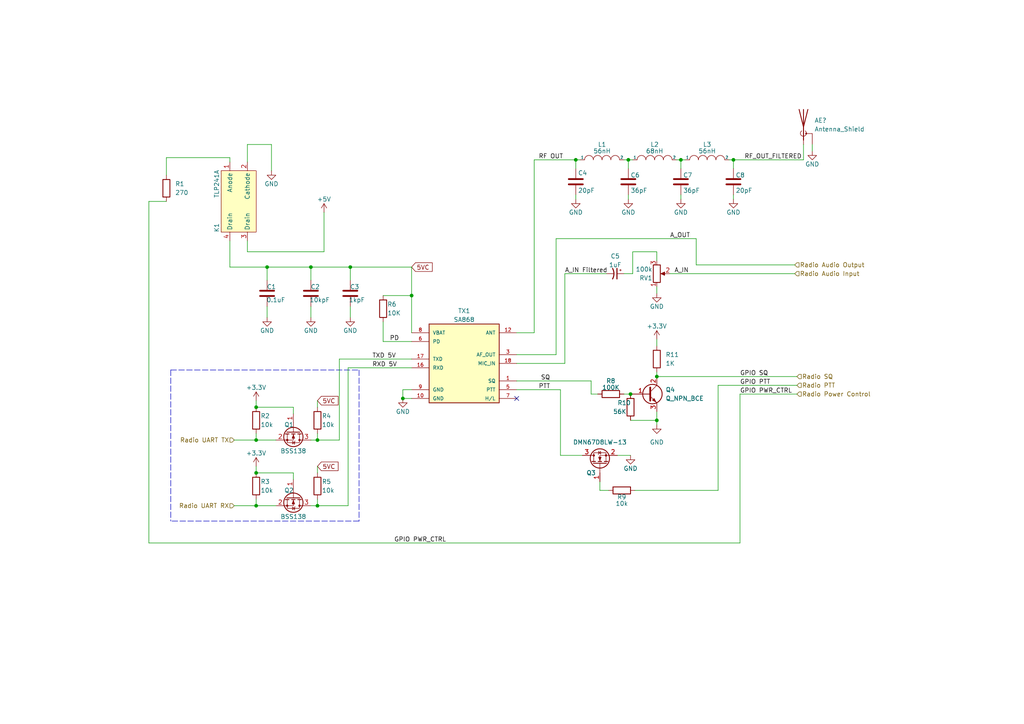
<source format=kicad_sch>
(kicad_sch (version 20211123) (generator eeschema)
  (paper "A4")
  (lib_symbols
    (symbol "Antenna_Shield_1" (pin_numbers hide) (pin_names (offset 1.016) hide)
      (property "Reference" "AE" (at -1.905 4.445 0))
      (property "Value" "Antenna_Shield_1" (at -1.905 2.54 0))
      (symbol "Antenna_Shield_1_0_1"
        (arc (start -0.508 -1.143) (mid -0.8429 -2.1194) (end 0 -2.667))
        (arc (start 0 -2.667) (mid 0.7989 -2.1052) (end 0.508 -1.143))
        (polyline (pts (xy 0 -2.54) (xy 0 0)))
        (polyline (pts (xy 0 5.08) (xy 0 -3.81)) (stroke (width 0.254)))
        (polyline (pts (xy 0.762 -1.905) (xy 2.54 -1.905)))
        (polyline (pts (xy 2.54 -2.54) (xy 2.54 -1.905)))
        (polyline (pts (xy 1.27 5.08) (xy 0 0) (xy -1.27 5.08)) (stroke (width 0.254)))
        (circle (center 0.762 -1.905) (radius 0.1778) (fill (type outline)))
      )
      (symbol "Antenna_Shield_1_1_1"
        (pin input line (at 0 -5.08 90) (length 2.54) (name "A") (number "1"))
        (pin input line (at 2.54 -5.08 90) (length 2.54) (name "Shield") (number "2"))
      )
    )
    (symbol "Device:C" (pin_numbers hide) (pin_names (offset 0.254))
      (property "Reference" "C" (at 0.635 2.54 0))
      (property "Value" "C" (at 0.635 -2.54 0))
      (symbol "C_0_1"
        (polyline (pts (xy -2.032 -0.762) (xy 2.032 -0.762)) (stroke (width 0.508)))
        (polyline (pts (xy -2.032 0.762) (xy 2.032 0.762)) (stroke (width 0.508)))
      )
      (symbol "C_1_1"
        (pin passive line (at 0 3.81 270) (length 2.794) (name "~") (number "1"))
        (pin passive line (at 0 -3.81 90) (length 2.794) (name "~") (number "2"))
      )
    )
    (symbol "Device:C_Polarized_Small_US" (pin_numbers hide) (pin_names (offset 0.254) hide)
      (property "Reference" "C" (at 0.254 1.778 0))
      (property "Value" "C_Polarized_Small_US" (at 0.254 -2.032 0))
      (symbol "C_Polarized_Small_US_0_1"
        (polyline (pts (xy -1.524 0.508) (xy 1.524 0.508)) (stroke (width 0.3048)))
        (polyline (pts (xy -1.27 1.524) (xy -0.762 1.524)))
        (polyline (pts (xy -1.016 1.27) (xy -1.016 1.778)))
        (arc (start 1.524 -0.762) (mid 0 -0.3734) (end -1.524 -0.762) (stroke (width 0.3048)))
      )
      (symbol "C_Polarized_Small_US_1_1"
        (pin passive line (at 0 2.54 270) (length 2.032) (name "~") (number "1"))
        (pin passive line (at 0 -2.54 90) (length 2.032) (name "~") (number "2"))
      )
    )
    (symbol "Device:Q_NPN_BCE" (pin_names (offset 0) hide)
      (property "Reference" "Q" (at 5.08 1.27 0))
      (property "Value" "Q_NPN_BCE" (at 5.08 -1.27 0))
      (symbol "Q_NPN_BCE_0_1"
        (polyline (pts (xy 0.635 0.635) (xy 2.54 2.54)))
        (polyline (pts (xy 0.635 -0.635) (xy 2.54 -2.54) (xy 2.54 -2.54)))
        (polyline (pts (xy 0.635 1.905) (xy 0.635 -1.905) (xy 0.635 -1.905)) (stroke (width 0.508)))
        (polyline (pts (xy 1.27 -1.778) (xy 1.778 -1.27) (xy 2.286 -2.286) (xy 1.27 -1.778) (xy 1.27 -1.778)) (fill (type outline)))
        (circle (center 1.27 0) (radius 2.8194) (stroke (width 0.254)))
      )
      (symbol "Q_NPN_BCE_1_1"
        (pin input line (at -5.08 0 0) (length 5.715) (name "B") (number "1"))
        (pin passive line (at 2.54 5.08 270) (length 2.54) (name "C") (number "2"))
        (pin passive line (at 2.54 -5.08 90) (length 2.54) (name "E") (number "3"))
      )
    )
    (symbol "Device:R" (pin_numbers hide) (pin_names (offset 0))
      (property "Reference" "R" (at 2.032 0 90))
      (property "Value" "R" (at 0 0 90))
      (symbol "R_0_1"
        (rectangle (start -1.016 -2.54) (end 1.016 2.54) (stroke (width 0.254)))
      )
      (symbol "R_1_1"
        (pin passive line (at 0 3.81 270) (length 1.27) (name "~") (number "1"))
        (pin passive line (at 0 -3.81 90) (length 1.27) (name "~") (number "2"))
      )
    )
    (symbol "Device:R_Potentiometer" (pin_names (offset 1.016) hide)
      (property "Reference" "RV" (at -4.445 0 90))
      (property "Value" "R_Potentiometer" (at -2.54 0 90))
      (symbol "R_Potentiometer_0_1"
        (polyline (pts (xy 2.54 0) (xy 1.524 0)))
        (polyline (pts (xy 1.143 0) (xy 2.286 0.508) (xy 2.286 -0.508) (xy 1.143 0)) (fill (type outline)))
        (rectangle (start 1.016 2.54) (end -1.016 -2.54) (stroke (width 0.254)))
      )
      (symbol "R_Potentiometer_1_1"
        (pin passive line (at 0 3.81 270) (length 1.27) (name "1") (number "1"))
        (pin passive line (at 3.81 0 180) (length 1.27) (name "2") (number "2"))
        (pin passive line (at 0 -3.81 90) (length 1.27) (name "3") (number "3"))
      )
    )
    (symbol "GFC-Symbols:SA868" (pin_names (offset 1.016))
      (property "Reference" "TX1" (at 0 16.51 0))
      (property "Value" "SA868" (at 0 13.97 0))
      (symbol "SA868_0_0"
        (rectangle (start -10.16 -10.16) (end 10.16 12.7) (stroke (width 0.254)) (fill (type background)))
        (pin output line (at 15.24 -3.81 180) (length 5.08) (name "SQ") (number "1"))
        (pin power_in line (at -15.24 -8.89 0) (length 5.08) (name "GND") (number "10"))
        (pin passive line (at 15.24 10.16 180) (length 5.08) (name "ANT") (number "12"))
        (pin input line (at -15.24 0 0) (length 5.08) (name "RXD") (number "16"))
        (pin output line (at -15.24 2.54 0) (length 5.08) (name "TXD") (number "17"))
        (pin input line (at 15.24 1.27 180) (length 5.08) (name "MIC_IN") (number "18"))
        (pin output line (at 15.24 3.81 180) (length 5.08) (name "AF_OUT") (number "3"))
        (pin input line (at 15.24 -6.35 180) (length 5.08) (name "PTT") (number "5"))
        (pin input line (at -15.24 7.62 0) (length 5.08) (name "PD") (number "6"))
        (pin input line (at 15.24 -8.89 180) (length 5.08) (name "H/L") (number "7"))
        (pin power_in line (at -15.24 10.16 0) (length 5.08) (name "VBAT") (number "8"))
        (pin power_in line (at -15.24 -6.35 0) (length 5.08) (name "GND") (number "9"))
      )
    )
    (symbol "GFC-Symbols:TLP241A"
      (property "Reference" "K" (at 0 6.35 0))
      (property "Value" "TLP241A" (at 0 -6.35 0))
      (symbol "TLP241A_0_1"
        (rectangle (start -8.89 5.08) (end 8.89 -5.08) (fill (type background)))
      )
      (symbol "TLP241A_1_1"
        (pin input line (at -11.43 2.54 0) (length 2.54) (name "Anode") (number "1"))
        (pin input line (at -11.43 -2.54 0) (length 2.54) (name "Cathode") (number "2"))
        (pin bidirectional line (at 11.43 -2.54 180) (length 2.54) (name "Drain") (number "3"))
        (pin power_out line (at 11.43 2.54 180) (length 2.54) (name "Drain") (number "4"))
      )
    )
    (symbol "GND_1" (power) (pin_names (offset 0))
      (property "Value" "GND_1" (at 0 -3.81 0))
      (symbol "GND_1_0_1"
        (polyline (pts (xy 0 0) (xy 0 -1.27) (xy 1.27 -1.27) (xy 0 -2.54) (xy -1.27 -1.27) (xy 0 -1.27)))
      )
      (symbol "GND_1_1_1"
        (pin power_in line (at 0 0 270) (length 0) hide (name "GND") (number "1"))
      )
    )
    (symbol "GND_10" (power) (pin_names (offset 0))
      (property "Value" "GND_10" (at 0 -3.81 0))
      (symbol "GND_10_0_1"
        (polyline (pts (xy 0 0) (xy 0 -1.27) (xy 1.27 -1.27) (xy 0 -2.54) (xy -1.27 -1.27) (xy 0 -1.27)))
      )
      (symbol "GND_10_1_1"
        (pin power_in line (at 0 0 270) (length 0) hide (name "GND") (number "1"))
      )
    )
    (symbol "GND_11" (power) (pin_names (offset 0))
      (property "Value" "GND_11" (at 0 -3.81 0))
      (symbol "GND_11_0_1"
        (polyline (pts (xy 0 0) (xy 0 -1.27) (xy 1.27 -1.27) (xy 0 -2.54) (xy -1.27 -1.27) (xy 0 -1.27)))
      )
      (symbol "GND_11_1_1"
        (pin power_in line (at 0 0 270) (length 0) hide (name "GND") (number "1"))
      )
    )
    (symbol "GND_12" (power) (pin_names (offset 0))
      (property "Value" "GND_12" (at 0 -3.81 0))
      (symbol "GND_12_0_1"
        (polyline (pts (xy 0 0) (xy 0 -1.27) (xy 1.27 -1.27) (xy 0 -2.54) (xy -1.27 -1.27) (xy 0 -1.27)))
      )
      (symbol "GND_12_1_1"
        (pin power_in line (at 0 0 270) (length 0) hide (name "GND") (number "1"))
      )
    )
    (symbol "GND_13" (power) (pin_names (offset 0))
      (property "Value" "GND_13" (at 0 -3.81 0))
      (symbol "GND_13_0_1"
        (polyline (pts (xy 0 0) (xy 0 -1.27) (xy 1.27 -1.27) (xy 0 -2.54) (xy -1.27 -1.27) (xy 0 -1.27)))
      )
      (symbol "GND_13_1_1"
        (pin power_in line (at 0 0 270) (length 0) hide (name "GND") (number "1"))
      )
    )
    (symbol "GND_14" (power) (pin_names (offset 0))
      (property "Value" "GND_14" (at 0 -3.81 0))
      (symbol "GND_14_0_1"
        (polyline (pts (xy 0 0) (xy 0 -1.27) (xy 1.27 -1.27) (xy 0 -2.54) (xy -1.27 -1.27) (xy 0 -1.27)))
      )
      (symbol "GND_14_1_1"
        (pin power_in line (at 0 0 270) (length 0) hide (name "GND") (number "1"))
      )
    )
    (symbol "GND_15" (power) (pin_names (offset 0))
      (property "Value" "GND_15" (at 0 -3.81 0))
      (symbol "GND_15_0_1"
        (polyline (pts (xy 0 0) (xy 0 -1.27) (xy 1.27 -1.27) (xy 0 -2.54) (xy -1.27 -1.27) (xy 0 -1.27)))
      )
      (symbol "GND_15_1_1"
        (pin power_in line (at 0 0 270) (length 0) hide (name "GND") (number "1"))
      )
    )
    (symbol "GND_2" (power) (pin_names (offset 0))
      (property "Value" "GND_2" (at 0 -3.81 0))
      (symbol "GND_2_0_1"
        (polyline (pts (xy 0 0) (xy 0 -1.27) (xy 1.27 -1.27) (xy 0 -2.54) (xy -1.27 -1.27) (xy 0 -1.27)))
      )
      (symbol "GND_2_1_1"
        (pin power_in line (at 0 0 270) (length 0) hide (name "GND") (number "1"))
      )
    )
    (symbol "GND_3" (power) (pin_names (offset 0))
      (property "Value" "GND_3" (at 0 -3.81 0))
      (symbol "GND_3_0_1"
        (polyline (pts (xy 0 0) (xy 0 -1.27) (xy 1.27 -1.27) (xy 0 -2.54) (xy -1.27 -1.27) (xy 0 -1.27)))
      )
      (symbol "GND_3_1_1"
        (pin power_in line (at 0 0 270) (length 0) hide (name "GND") (number "1"))
      )
    )
    (symbol "GND_4" (power) (pin_names (offset 0))
      (property "Value" "GND_4" (at 0 -3.81 0))
      (symbol "GND_4_0_1"
        (polyline (pts (xy 0 0) (xy 0 -1.27) (xy 1.27 -1.27) (xy 0 -2.54) (xy -1.27 -1.27) (xy 0 -1.27)))
      )
      (symbol "GND_4_1_1"
        (pin power_in line (at 0 0 270) (length 0) hide (name "GND") (number "1"))
      )
    )
    (symbol "GND_5" (power) (pin_names (offset 0))
      (property "Value" "GND_5" (at 0 -3.81 0))
      (symbol "GND_5_0_1"
        (polyline (pts (xy 0 0) (xy 0 -1.27) (xy 1.27 -1.27) (xy 0 -2.54) (xy -1.27 -1.27) (xy 0 -1.27)))
      )
      (symbol "GND_5_1_1"
        (pin power_in line (at 0 0 270) (length 0) hide (name "GND") (number "1"))
      )
    )
    (symbol "GND_6" (power) (pin_names (offset 0))
      (property "Value" "GND_6" (at 0 -3.81 0))
      (symbol "GND_6_0_1"
        (polyline (pts (xy 0 0) (xy 0 -1.27) (xy 1.27 -1.27) (xy 0 -2.54) (xy -1.27 -1.27) (xy 0 -1.27)))
      )
      (symbol "GND_6_1_1"
        (pin power_in line (at 0 0 270) (length 0) hide (name "GND") (number "1"))
      )
    )
    (symbol "GND_8" (power) (pin_names (offset 0))
      (property "Value" "GND_8" (at 0 -3.81 0))
      (symbol "GND_8_0_1"
        (polyline (pts (xy 0 0) (xy 0 -1.27) (xy 1.27 -1.27) (xy 0 -2.54) (xy -1.27 -1.27) (xy 0 -1.27)))
      )
      (symbol "GND_8_1_1"
        (pin power_in line (at 0 0 270) (length 0) hide (name "GND") (number "1"))
      )
    )
    (symbol "Transistor_FET:2N7002K" (pin_names hide)
      (property "Reference" "Q" (at 5.08 1.905 0))
      (property "Value" "2N7002K" (at 5.08 0 0))
      (symbol "2N7002K_0_1"
        (polyline (pts (xy 0.254 0) (xy -2.54 0)))
        (polyline (pts (xy 0.254 1.905) (xy 0.254 -1.905)) (stroke (width 0.254)))
        (polyline (pts (xy 0.762 -1.27) (xy 0.762 -2.286)) (stroke (width 0.254)))
        (polyline (pts (xy 0.762 0.508) (xy 0.762 -0.508)) (stroke (width 0.254)))
        (polyline (pts (xy 0.762 2.286) (xy 0.762 1.27)) (stroke (width 0.254)))
        (polyline (pts (xy 2.54 2.54) (xy 2.54 1.778)))
        (polyline (pts (xy 2.54 -2.54) (xy 2.54 0) (xy 0.762 0)))
        (polyline (pts (xy 0.762 -1.778) (xy 3.302 -1.778) (xy 3.302 1.778) (xy 0.762 1.778)))
        (polyline (pts (xy 1.016 0) (xy 2.032 0.381) (xy 2.032 -0.381) (xy 1.016 0)) (fill (type outline)))
        (polyline (pts (xy 2.794 0.508) (xy 2.921 0.381) (xy 3.683 0.381) (xy 3.81 0.254)))
        (polyline (pts (xy 3.302 0.381) (xy 2.921 -0.254) (xy 3.683 -0.254) (xy 3.302 0.381)))
        (circle (center 1.651 0) (radius 2.794) (stroke (width 0.254)))
        (circle (center 2.54 -1.778) (radius 0.254) (fill (type outline)))
        (circle (center 2.54 1.778) (radius 0.254) (fill (type outline)))
      )
      (symbol "2N7002K_1_1"
        (pin input line (at -5.08 0 0) (length 2.54) (name "G") (number "1"))
        (pin passive line (at 2.54 -5.08 90) (length 2.54) (name "S") (number "2"))
        (pin passive line (at 2.54 5.08 270) (length 2.54) (name "D") (number "3"))
      )
    )
    (symbol "Transistor_FET:BSS138" (pin_names hide)
      (property "Reference" "Q" (at 5.08 1.905 0))
      (property "Value" "BSS138" (at 5.08 0 0))
      (symbol "BSS138_0_1"
        (polyline (pts (xy 0.254 0) (xy -2.54 0)))
        (polyline (pts (xy 0.254 1.905) (xy 0.254 -1.905)) (stroke (width 0.254)))
        (polyline (pts (xy 0.762 -1.27) (xy 0.762 -2.286)) (stroke (width 0.254)))
        (polyline (pts (xy 0.762 0.508) (xy 0.762 -0.508)) (stroke (width 0.254)))
        (polyline (pts (xy 0.762 2.286) (xy 0.762 1.27)) (stroke (width 0.254)))
        (polyline (pts (xy 2.54 2.54) (xy 2.54 1.778)))
        (polyline (pts (xy 2.54 -2.54) (xy 2.54 0) (xy 0.762 0)))
        (polyline (pts (xy 0.762 -1.778) (xy 3.302 -1.778) (xy 3.302 1.778) (xy 0.762 1.778)))
        (polyline (pts (xy 1.016 0) (xy 2.032 0.381) (xy 2.032 -0.381) (xy 1.016 0)) (fill (type outline)))
        (polyline (pts (xy 2.794 0.508) (xy 2.921 0.381) (xy 3.683 0.381) (xy 3.81 0.254)))
        (polyline (pts (xy 3.302 0.381) (xy 2.921 -0.254) (xy 3.683 -0.254) (xy 3.302 0.381)))
        (circle (center 1.651 0) (radius 2.794) (stroke (width 0.254)))
        (circle (center 2.54 -1.778) (radius 0.254) (fill (type outline)))
        (circle (center 2.54 1.778) (radius 0.254) (fill (type outline)))
      )
      (symbol "BSS138_1_1"
        (pin input line (at -5.08 0 0) (length 2.54) (name "G") (number "1"))
        (pin passive line (at 2.54 -5.08 90) (length 2.54) (name "S") (number "2"))
        (pin passive line (at 2.54 5.08 270) (length 2.54) (name "D") (number "3"))
      )
    )
    (symbol "power:+3.3V" (power) (pin_names (offset 0))
      (property "Value" "+3.3V" (at 0 3.556 0))
      (symbol "+3.3V_0_1"
        (polyline (pts (xy -0.762 1.27) (xy 0 2.54)))
        (polyline (pts (xy 0 0) (xy 0 2.54)))
        (polyline (pts (xy 0 2.54) (xy 0.762 1.27)))
      )
      (symbol "+3.3V_1_1"
        (pin power_in line (at 0 0 90) (length 0) hide (name "+3.3V") (number "1"))
      )
    )
    (symbol "power:+5V" (power) (pin_names (offset 0))
      (property "Value" "+5V" (at 0 3.556 0))
      (symbol "+5V_0_1"
        (polyline (pts (xy -0.762 1.27) (xy 0 2.54)))
        (polyline (pts (xy 0 0) (xy 0 2.54)))
        (polyline (pts (xy 0 2.54) (xy 0.762 1.27)))
      )
      (symbol "+5V_1_1"
        (pin power_in line (at 0 0 90) (length 0) hide (name "+5V") (number "1"))
      )
    )
    (symbol "pspice:INDUCTOR" (pin_numbers hide) (pin_names (offset 0))
      (property "Reference" "L" (at 0 2.54 0))
      (property "Value" "INDUCTOR" (at 0 -1.27 0))
      (symbol "INDUCTOR_0_1"
        (arc (start -2.54 0) (mid -3.81 1.27) (end -5.08 0))
        (arc (start 0 0) (mid -1.27 1.27) (end -2.54 0))
        (arc (start 2.54 0) (mid 1.27 1.27) (end 0 0))
        (arc (start 5.08 0) (mid 3.81 1.27) (end 2.54 0))
      )
      (symbol "INDUCTOR_1_1"
        (pin input line (at -6.35 0 0) (length 1.27) (name "1") (number "1"))
        (pin input line (at 6.35 0 180) (length 1.27) (name "2") (number "2"))
      )
    )
  )
  (junction (at 182.88 114.3))
  (junction (at 92.075 146.685))
  (junction (at 74.295 127.635))
  (junction (at 197.485 46.355))
  (junction (at 116.84 115.57))
  (junction (at 167.005 46.355))
  (junction (at 92.075 127.635))
  (junction (at 119.38 85.725))
  (junction (at 101.6 77.47))
  (junction (at 90.17 77.47))
  (junction (at 190.5 109.22))
  (junction (at 74.295 118.11))
  (junction (at 74.295 137.16))
  (junction (at 182.245 46.355))
  (junction (at 212.725 46.355))
  (junction (at 74.295 146.685))
  (junction (at 190.5 121.92))
  (junction (at 77.47 77.47))
  (no_connect (at 149.86 115.57))
  (wire (pts (xy 77.47 92.075) (xy 77.47 88.9)))
  (wire (pts (xy 180.975 114.3) (xy 182.88 114.3)))
  (wire (pts (xy 180.975 79.375) (xy 183.515 79.375)))
  (wire (pts (xy 154.94 96.52) (xy 154.94 46.355)))
  (wire (pts (xy 85.09 139.065) (xy 85.09 137.16)))
  (wire (pts (xy 190.5 73.025) (xy 190.5 75.565)))
  (wire (pts (xy 111.125 99.06) (xy 119.38 99.06)))
  (wire (pts (xy 111.125 85.725) (xy 119.38 85.725)))
  (wire (pts (xy 214.63 157.48) (xy 43.18 157.48)))
  (wire (pts (xy 190.5 83.185) (xy 190.5 85.09)))
  (wire (pts (xy 201.93 76.835) (xy 201.93 69.215)))
  (wire (pts (xy 190.5 107.95) (xy 190.5 109.22)))
  (wire (pts (xy 66.675 45.72) (xy 48.26 45.72)))
  (polyline (pts (xy 49.53 107.315) (xy 49.53 151.13)))
  (wire (pts (xy 92.075 146.685) (xy 92.075 144.78)))
  (wire (pts (xy 149.86 113.03) (xy 162.56 113.03)))
  (wire (pts (xy 92.075 137.16) (xy 92.075 135.255)))
  (wire (pts (xy 212.725 46.355) (xy 212.725 48.895)))
  (wire (pts (xy 190.5 98.425) (xy 190.5 100.33)))
  (wire (pts (xy 93.98 73.025) (xy 71.755 73.025)))
  (polyline (pts (xy 104.14 151.13) (xy 49.53 151.13)))
  (wire (pts (xy 162.56 132.08) (xy 168.91 132.08)))
  (wire (pts (xy 93.98 61.595) (xy 93.98 73.025)))
  (wire (pts (xy 182.245 46.355) (xy 182.245 48.895)))
  (wire (pts (xy 66.675 45.72) (xy 66.675 46.99)))
  (wire (pts (xy 176.53 142.24) (xy 173.99 142.24)))
  (wire (pts (xy 74.295 135.255) (xy 74.295 137.16)))
  (wire (pts (xy 235.585 41.91) (xy 235.585 43.815)))
  (wire (pts (xy 149.86 105.41) (xy 163.83 105.41)))
  (wire (pts (xy 182.245 46.355) (xy 183.515 46.355)))
  (wire (pts (xy 182.88 132.08) (xy 179.07 132.08)))
  (wire (pts (xy 161.29 69.215) (xy 201.93 69.215)))
  (wire (pts (xy 212.725 46.355) (xy 233.045 46.355)))
  (wire (pts (xy 183.515 79.375) (xy 183.515 73.025)))
  (wire (pts (xy 208.28 142.24) (xy 208.28 111.76)))
  (wire (pts (xy 98.425 104.14) (xy 98.425 127.635)))
  (wire (pts (xy 212.725 56.515) (xy 212.725 57.785)))
  (wire (pts (xy 67.945 146.685) (xy 74.295 146.685)))
  (wire (pts (xy 101.6 81.28) (xy 101.6 77.47)))
  (wire (pts (xy 116.84 115.57) (xy 119.38 115.57)))
  (wire (pts (xy 92.075 118.11) (xy 92.075 116.205)))
  (wire (pts (xy 214.63 114.3) (xy 231.14 114.3)))
  (wire (pts (xy 85.09 120.015) (xy 85.09 118.11)))
  (wire (pts (xy 71.755 46.99) (xy 71.755 41.91)))
  (wire (pts (xy 77.47 77.47) (xy 90.17 77.47)))
  (wire (pts (xy 90.17 127.635) (xy 92.075 127.635)))
  (wire (pts (xy 211.455 46.355) (xy 212.725 46.355)))
  (wire (pts (xy 80.01 127.635) (xy 74.295 127.635)))
  (wire (pts (xy 171.45 114.3) (xy 173.355 114.3)))
  (wire (pts (xy 196.215 46.355) (xy 197.485 46.355)))
  (wire (pts (xy 119.38 85.725) (xy 119.38 77.47)))
  (wire (pts (xy 67.945 127.635) (xy 74.295 127.635)))
  (wire (pts (xy 190.5 119.38) (xy 190.5 121.92)))
  (wire (pts (xy 90.17 92.075) (xy 90.17 88.9)))
  (wire (pts (xy 71.755 73.025) (xy 71.755 69.85)))
  (wire (pts (xy 171.45 110.49) (xy 171.45 114.3)))
  (wire (pts (xy 43.18 58.42) (xy 48.26 58.42)))
  (wire (pts (xy 85.09 118.11) (xy 74.295 118.11)))
  (wire (pts (xy 233.045 41.91) (xy 233.045 46.355)))
  (wire (pts (xy 167.005 46.355) (xy 168.275 46.355)))
  (wire (pts (xy 101.6 77.47) (xy 119.38 77.47)))
  (wire (pts (xy 161.29 69.215) (xy 161.29 102.87)))
  (wire (pts (xy 71.755 41.91) (xy 78.74 41.91)))
  (wire (pts (xy 101.6 92.075) (xy 101.6 88.9)))
  (wire (pts (xy 162.56 113.03) (xy 162.56 132.08)))
  (wire (pts (xy 90.17 146.685) (xy 92.075 146.685)))
  (wire (pts (xy 183.515 73.025) (xy 190.5 73.025)))
  (wire (pts (xy 163.83 79.375) (xy 175.895 79.375)))
  (wire (pts (xy 208.28 111.76) (xy 231.14 111.76)))
  (wire (pts (xy 197.485 56.515) (xy 197.485 57.785)))
  (wire (pts (xy 66.675 69.85) (xy 66.675 77.47)))
  (wire (pts (xy 74.295 146.685) (xy 74.295 144.78)))
  (wire (pts (xy 66.675 77.47) (xy 77.47 77.47)))
  (wire (pts (xy 100.965 106.68) (xy 100.965 146.685)))
  (wire (pts (xy 180.975 46.355) (xy 182.245 46.355)))
  (wire (pts (xy 119.38 113.03) (xy 116.84 113.03)))
  (wire (pts (xy 100.965 106.68) (xy 119.38 106.68)))
  (wire (pts (xy 197.485 46.355) (xy 197.485 48.895)))
  (wire (pts (xy 119.38 85.725) (xy 119.38 96.52)))
  (wire (pts (xy 111.125 93.345) (xy 111.125 99.06)))
  (wire (pts (xy 100.965 146.685) (xy 92.075 146.685)))
  (wire (pts (xy 190.5 109.22) (xy 231.14 109.22)))
  (wire (pts (xy 90.17 77.47) (xy 101.6 77.47)))
  (wire (pts (xy 167.005 56.515) (xy 167.005 57.785)))
  (wire (pts (xy 48.26 45.72) (xy 48.26 50.8)))
  (wire (pts (xy 190.5 121.92) (xy 190.5 123.19)))
  (wire (pts (xy 149.86 110.49) (xy 171.45 110.49)))
  (wire (pts (xy 90.17 81.28) (xy 90.17 77.47)))
  (wire (pts (xy 230.505 76.835) (xy 201.93 76.835)))
  (wire (pts (xy 43.18 58.42) (xy 43.18 157.48)))
  (wire (pts (xy 74.295 116.205) (xy 74.295 118.11)))
  (wire (pts (xy 149.86 96.52) (xy 154.94 96.52)))
  (wire (pts (xy 154.94 46.355) (xy 167.005 46.355)))
  (wire (pts (xy 80.01 146.685) (xy 74.295 146.685)))
  (polyline (pts (xy 104.14 107.315) (xy 104.14 151.13)))
  (polyline (pts (xy 49.53 107.315) (xy 104.14 107.315)))
  (wire (pts (xy 173.99 142.24) (xy 173.99 139.7)))
  (wire (pts (xy 92.075 127.635) (xy 92.075 125.73)))
  (wire (pts (xy 92.075 127.635) (xy 98.425 127.635)))
  (wire (pts (xy 167.005 48.895) (xy 167.005 46.355)))
  (wire (pts (xy 230.505 79.375) (xy 194.31 79.375)))
  (wire (pts (xy 77.47 81.28) (xy 77.47 77.47)))
  (wire (pts (xy 182.88 121.92) (xy 190.5 121.92)))
  (wire (pts (xy 182.245 56.515) (xy 182.245 57.785)))
  (wire (pts (xy 197.485 46.355) (xy 198.755 46.355)))
  (wire (pts (xy 163.83 105.41) (xy 163.83 79.375)))
  (wire (pts (xy 214.63 114.3) (xy 214.63 157.48)))
  (wire (pts (xy 161.29 102.87) (xy 149.86 102.87)))
  (wire (pts (xy 85.09 137.16) (xy 74.295 137.16)))
  (wire (pts (xy 78.74 41.91) (xy 78.74 49.53)))
  (wire (pts (xy 184.15 142.24) (xy 208.28 142.24)))
  (wire (pts (xy 98.425 104.14) (xy 119.38 104.14)))
  (wire (pts (xy 74.295 127.635) (xy 74.295 125.73)))
  (wire (pts (xy 116.84 113.03) (xy 116.84 115.57)))
  (label "RXD 5V" (at 107.95 106.68 0))
  (label "PD" (at 113.03 99.06 0))
  (label "RF OUT" (at 156.21 46.355 0))
  (label "A_OUT" (at 194.31 69.215 0))
  (label "RF_OUT_FILTERED" (at 215.9 46.355 0))
  (label "A_IN Filtered" (at 163.83 79.375 0))
  (label "GPIO PWR_CTRL" (at 114.3 157.48 0))
  (label "GPIO PTT" (at 214.63 111.76 0))
  (label "TXD 5V" (at 107.95 104.14 0))
  (label "GPIO SQ" (at 214.63 109.22 0))
  (label "GPIO PWR_CTRL" (at 214.63 114.3 0))
  (label "SQ" (at 156.845 110.49 0))
  (label "A_IN" (at 195.58 79.375 0))
  (label "PTT" (at 156.21 113.03 0))
  (global_label "5VC" (shape input) (at 119.38 77.47 0) (property "Intersheet References" "${INTERSHEET_REFS}" (effects hide)))
  (global_label "5VC" (shape input) (at 92.075 135.255 0) (property "Intersheet References" "${INTERSHEET_REFS}" (effects hide)))
  (global_label "5VC" (shape input) (at 92.075 116.205 0) (property "Intersheet References" "${INTERSHEET_REFS}" (effects hide)))
  (hierarchical_label "Radio Audio Input" (shape input) (at 230.505 79.375 0))
  (hierarchical_label "Radio SQ" (shape input) (at 231.14 109.22 0))
  (hierarchical_label "Radio Power Control" (shape input) (at 231.14 114.3 0))
  (hierarchical_label "Radio PTT" (shape input) (at 231.14 111.76 0))
  (hierarchical_label "Radio Audio Output" (shape input) (at 230.505 76.835 0))
  (hierarchical_label "Radio UART RX" (shape input) (at 67.945 146.685 180))
  (hierarchical_label "Radio UART TX" (shape input) (at 67.945 127.635 180))
  (symbol (lib_id "Device:R") (at 182.88 118.11 0) (unit 1)
    (property "Reference" "R10" (at 179.07 116.84 0) (effects (justify left)))
    (property "Value" "56K" (at 177.8 119.38 0) (effects (justify left)))
    (property "Footprint" "Resistor_SMD:R_0603_1608Metric_Pad0.98x0.95mm_HandSolder" (effects hide))
    (property "Digikey" "-" (effects hide))
    (property "Unit Price" "0.10" (effects hide))
  )
  (symbol (lib_name "GND_8") (lib_id "power:GND") (at 190.5 123.19 0) (unit 1)
    (property "Reference" "#PWR018" (effects hide))
    (property "Value" "GND" (at 190.5 128.27 0))
  )
  (symbol (lib_id "Device:R") (at 48.26 54.61 0) (unit 1)
    (property "Reference" "R1" (at 50.8 53.3399 0) (effects (justify left)))
    (property "Value" "270" (at 50.8 55.8799 0) (effects (justify left)))
    (property "Footprint" "Resistor_SMD:R_0603_1608Metric_Pad0.98x0.95mm_HandSolder" (effects hide))
  )
  (symbol (lib_id "Device:R") (at 92.075 121.92 0) (unit 1)
    (property "Reference" "R4" (at 93.345 120.65 0) (effects (justify left)))
    (property "Value" "10k" (at 93.345 123.19 0) (effects (justify left)))
    (property "Footprint" "Resistor_SMD:R_0603_1608Metric_Pad0.98x0.95mm_HandSolder" (effects hide))
    (property "Digikey" "-" (effects hide))
  )
  (symbol (lib_name "GND_12") (lib_id "power:GND") (at 101.6 92.075 0) (unit 1)
    (property "Reference" "#PWR010" (effects hide))
    (property "Value" "GND" (at 101.6 95.885 0))
  )
  (symbol (lib_name "GND_1") (lib_id "power:GND") (at 190.5 85.09 0) (mirror y) (unit 1)
    (property "Reference" "#PWR016" (effects hide))
    (property "Value" "GND" (at 190.5 88.9 0))
  )
  (symbol (lib_id "Device:C") (at 197.485 52.705 0) (unit 1)
    (property "Reference" "C7" (at 198.12 50.8 0) (effects (justify left)))
    (property "Value" "36pF" (at 198.12 55.245 0) (effects (justify left)))
    (property "Footprint" "Capacitor_SMD:C_0603_1608Metric_Pad1.08x0.95mm_HandSolder" (effects hide))
    (property "Digikey" "-" (effects hide))
    (property "Unit Price" "0.10" (effects hide))
  )
  (symbol (lib_name "GND_14") (lib_id "power:GND") (at 90.17 92.075 0) (unit 1)
    (property "Reference" "#PWR08" (effects hide))
    (property "Value" "GND" (at 90.17 95.885 0))
  )
  (symbol (lib_name "GND_5") (lib_id "power:GND") (at 212.725 57.785 0) (unit 1)
    (property "Reference" "#PWR020" (effects hide))
    (property "Value" "GND" (at 212.725 61.595 0))
  )
  (symbol (lib_id "Device:C") (at 212.725 52.705 0) (unit 1)
    (property "Reference" "C8" (at 213.36 50.8 0) (effects (justify left)))
    (property "Value" "20pF" (at 213.36 55.245 0) (effects (justify left)))
    (property "Footprint" "Capacitor_SMD:C_0603_1608Metric_Pad1.08x0.95mm_HandSolder" (effects hide))
    (property "Digikey" "-" (effects hide))
    (property "Unit Price" "0.10" (effects hide))
  )
  (symbol (lib_id "pspice:INDUCTOR") (at 189.865 46.355 0) (unit 1)
    (property "Reference" "L2" (at 189.865 41.91 0))
    (property "Value" "68nH" (at 189.865 43.815 0))
    (property "Footprint" "Inductor_SMD:L_0603_1608Metric" (effects hide))
    (property "Digikey" "-" (effects hide))
    (property "Unit Price" ".63" (effects hide))
  )
  (symbol (lib_id "Device:C_Polarized_Small_US") (at 178.435 79.375 270) (unit 1)
    (property "Reference" "C5" (at 178.435 74.295 90))
    (property "Value" "1uF" (at 178.435 76.835 90))
    (property "Footprint" "Capacitor_SMD:C_0805_2012Metric_Pad1.18x1.45mm_HandSolder" (effects hide))
    (property "Digikey" "-" (effects hide))
    (property "Unit Price" "0.10" (effects hide))
  )
  (symbol (lib_id "Transistor_FET:2N7002K") (at 173.99 134.62 90) (unit 1)
    (property "Reference" "Q3" (at 171.45 137.16 90))
    (property "Value" "DMN67D8LW-13" (at 173.99 128.27 90))
    (property "Footprint" "Package_TO_SOT_SMD:SOT-323_SC-70_Handsoldering" (effects hide))
    (property "Datasheet" "https://www.diodes.com/assets/Datasheets/ds30896.pdf" (effects hide))
    (property "Digikey" "-" (effects hide))
    (property "Unit Price" "0.26" (effects hide))
  )
  (symbol (lib_id "Device:C") (at 77.47 85.09 180) (unit 1)
    (property "Reference" "C1" (at 78.74 83.185 0))
    (property "Value" "0.1uF" (at 80.01 86.995 0))
    (property "Footprint" "Capacitor_SMD:C_0603_1608Metric_Pad1.08x0.95mm_HandSolder" (effects hide))
    (property "Digikey" "-" (effects hide))
    (property "Unit Price" "0.10" (effects hide))
  )
  (symbol (lib_id "GFC-Symbols:TLP241A") (at 69.215 58.42 90) (mirror x) (unit 1)
    (property "Reference" "K1" (at 62.865 66.04 0))
    (property "Value" "TLP241A" (at 62.865 53.34 0))
    (property "Footprint" "Package_DIP:DIP-4_W8.89mm_SMDSocket_LongPads" (effects hide))
    (property "Digikey" "-" (effects hide))
  )
  (symbol (lib_name "GND_10") (lib_id "power:GND") (at 182.88 132.08 0) (unit 1)
    (property "Reference" "#PWR015" (effects hide))
    (property "Value" "GND" (at 182.88 135.89 0))
  )
  (symbol (lib_id "power:+3.3V") (at 74.295 116.205 0) (unit 1)
    (property "Reference" "#PWR04" (effects hide))
    (property "Value" "+3.3V" (at 74.295 112.395 0))
  )
  (symbol (lib_id "Device:C") (at 167.005 52.705 0) (unit 1)
    (property "Reference" "C4" (at 167.64 50.165 0) (effects (justify left)))
    (property "Value" "20pF" (at 167.64 55.245 0) (effects (justify left)))
    (property "Footprint" "Capacitor_SMD:C_0603_1608Metric_Pad1.08x0.95mm_HandSolder" (effects hide))
    (property "Digikey" "-" (effects hide))
    (property "Unit Price" "0.10" (effects hide))
  )
  (symbol (lib_id "Device:R") (at 177.165 114.3 90) (unit 1)
    (property "Reference" "R8" (at 177.165 110.49 90))
    (property "Value" "100K" (at 177.165 112.395 90))
    (property "Footprint" "Resistor_SMD:R_0603_1608Metric_Pad0.98x0.95mm_HandSolder" (effects hide))
    (property "Digikey" "-" (effects hide))
    (property "Unit Price" "0.10" (effects hide))
  )
  (symbol (lib_id "pspice:INDUCTOR") (at 205.105 46.355 0) (unit 1)
    (property "Reference" "L3" (at 205.105 41.91 0))
    (property "Value" "56nH" (at 205.105 43.815 0))
    (property "Footprint" "Inductor_SMD:L_0603_1608Metric" (effects hide))
    (property "Digikey" "-" (effects hide))
    (property "Unit Price" ".67" (effects hide))
  )
  (symbol (lib_id "Transistor_FET:BSS138") (at 85.09 144.145 270) (unit 1)
    (property "Reference" "Q2" (at 83.82 142.24 90))
    (property "Value" "BSS138" (at 85.09 149.86 90))
    (property "Footprint" "Package_TO_SOT_SMD:SOT-23" (effects hide))
    (property "Datasheet" "https://www.onsemi.com/pub/Collateral/BSS138-D.PDF" (effects hide))
  )
  (symbol (lib_id "Transistor_FET:BSS138") (at 85.09 125.095 270) (unit 1)
    (property "Reference" "Q1" (at 83.82 123.19 90))
    (property "Value" "BSS138" (at 85.09 130.81 90))
    (property "Footprint" "Package_TO_SOT_SMD:SOT-23" (effects hide))
    (property "Datasheet" "https://www.onsemi.com/pub/Collateral/BSS138-D.PDF" (effects hide))
  )
  (symbol (lib_id "Device:R") (at 74.295 140.97 0) (unit 1)
    (property "Reference" "R3" (at 75.565 139.7 0) (effects (justify left)))
    (property "Value" "10k" (at 75.565 142.24 0) (effects (justify left)))
    (property "Footprint" "Resistor_SMD:R_0603_1608Metric_Pad0.98x0.95mm_HandSolder" (effects hide))
    (property "Digikey" "-" (effects hide))
  )
  (symbol (lib_id "Device:C") (at 101.6 85.09 180) (unit 1)
    (property "Reference" "C3" (at 102.87 83.185 0))
    (property "Value" "1kpF" (at 103.505 86.995 0))
    (property "Footprint" "Capacitor_SMD:C_0603_1608Metric_Pad1.08x0.95mm_HandSolder" (effects hide))
    (property "Digikey" "-" (effects hide))
    (property "Unit Price" "0.10" (effects hide))
  )
  (symbol (lib_name "GND_4") (lib_id "power:GND") (at 197.485 57.785 0) (unit 1)
    (property "Reference" "#PWR019" (effects hide))
    (property "Value" "GND" (at 197.485 61.595 0))
  )
  (symbol (lib_id "Device:R_Potentiometer") (at 190.5 79.375 0) (mirror x) (unit 1)
    (property "Reference" "RV1" (at 189.23 80.645 0) (effects (justify right)))
    (property "Value" "100k" (at 189.23 78.105 0) (effects (justify right)))
    (property "Footprint" "GFC-Footprints:TRIM_3361P-1-104GLF" (effects hide))
    (property "Digikey" "-" (effects hide))
    (property "Unit Price" "1.27" (effects hide))
  )
  (symbol (lib_id "power:+3.3V") (at 74.295 135.255 0) (unit 1)
    (property "Reference" "#PWR05" (effects hide))
    (property "Value" "+3.3V" (at 74.295 131.445 0))
  )
  (symbol (lib_name "GND_11") (lib_id "power:GND") (at 78.74 49.53 0) (mirror y) (unit 1)
    (property "Reference" "#PWR07" (effects hide))
    (property "Value" "GND" (at 78.74 53.34 0))
  )
  (symbol (lib_id "Device:C") (at 90.17 85.09 180) (unit 1)
    (property "Reference" "C2" (at 91.44 83.185 0))
    (property "Value" "10kpF" (at 92.71 86.995 0))
    (property "Footprint" "Capacitor_SMD:C_0603_1608Metric_Pad1.08x0.95mm_HandSolder" (effects hide))
    (property "Digikey" "-" (effects hide))
    (property "Unit Price" "0.10" (effects hide))
  )
  (symbol (lib_id "power:+3.3V") (at 190.5 98.425 0) (unit 1)
    (property "Reference" "#PWR017" (effects hide))
    (property "Value" "+3.3V" (at 190.5 94.615 0))
  )
  (symbol (lib_id "Device:R") (at 180.34 142.24 270) (unit 1)
    (property "Reference" "R9" (at 180.34 144.145 90))
    (property "Value" "10k" (at 180.34 146.05 90))
    (property "Footprint" "Resistor_SMD:R_0603_1608Metric_Pad0.98x0.95mm_HandSolder" (effects hide))
    (property "Digikey" "-" (effects hide))
    (property "Unit Price" "0.10" (effects hide))
  )
  (symbol (lib_name "GND_6") (lib_id "power:GND") (at 235.585 43.815 0) (unit 1)
    (property "Reference" "#PWR021" (effects hide))
    (property "Value" "GND" (at 235.585 47.625 0))
  )
  (symbol (lib_name "Antenna_Shield_1") (lib_id "Device:Antenna_Shield") (at 233.045 36.83 0) (unit 1)
    (property "Reference" "AE?" (at 236.22 34.9249 0) (effects (justify left)))
    (property "Value" "Antenna_Shield" (at 236.22 37.4649 0) (effects (justify left)))
    (property "Footprint" "Connector_Coaxial:SMA_Molex_73251-1153_EdgeMount_Horizontal" (effects hide))
  )
  (symbol (lib_id "Device:R") (at 92.075 140.97 0) (unit 1)
    (property "Reference" "R5" (at 93.345 139.7 0) (effects (justify left)))
    (property "Value" "10k" (at 93.345 142.24 0) (effects (justify left)))
    (property "Footprint" "Resistor_SMD:R_0603_1608Metric_Pad0.98x0.95mm_HandSolder" (effects hide))
    (property "Digikey" "-" (effects hide))
  )
  (symbol (lib_name "GND_13") (lib_id "power:GND") (at 77.47 92.075 0) (unit 1)
    (property "Reference" "#PWR06" (effects hide))
    (property "Value" "GND" (at 77.47 95.885 0))
  )
  (symbol (lib_id "Device:R") (at 111.125 89.535 0) (unit 1)
    (property "Reference" "R6" (at 113.665 88.265 0))
    (property "Value" "10K" (at 114.3 90.805 0))
    (property "Footprint" "Resistor_SMD:R_0603_1608Metric_Pad0.98x0.95mm_HandSolder" (effects hide))
    (property "Digikey" "-" (effects hide))
    (property "Unit Price" "0.10" (effects hide))
  )
  (symbol (lib_id "Device:Q_NPN_BCE") (at 187.96 114.3 0) (unit 1)
    (property "Reference" "Q4" (at 193.04 113.0299 0) (effects (justify left)))
    (property "Value" "Q_NPN_BCE" (at 193.04 115.5699 0) (effects (justify left)))
    (property "Footprint" "Package_TO_SOT_SMD:SOT-23" (effects hide))
    (property "Digikey" "-" (effects hide))
    (property "Unit Price" "$0.18" (effects hide))
  )
  (symbol (lib_id "Device:R") (at 190.5 104.14 0) (unit 1)
    (property "Reference" "R11" (at 193.04 102.8699 0) (effects (justify left)))
    (property "Value" "1K" (at 193.04 105.4099 0) (effects (justify left)))
    (property "Footprint" "Resistor_SMD:R_0603_1608Metric_Pad0.98x0.95mm_HandSolder" (effects hide))
    (property "Digikey" "-" (effects hide))
    (property "Unit Price" "0.10" (effects hide))
  )
  (symbol (lib_id "Device:C") (at 182.245 52.705 0) (unit 1)
    (property "Reference" "C6" (at 182.88 50.8 0) (effects (justify left)))
    (property "Value" "36pF" (at 182.88 55.245 0) (effects (justify left)))
    (property "Footprint" "Capacitor_SMD:C_0603_1608Metric_Pad1.08x0.95mm_HandSolder" (effects hide))
    (property "Digikey" "-" (effects hide))
    (property "Unit Price" "0.10" (effects hide))
  )
  (symbol (lib_name "GND_2") (lib_id "power:GND") (at 182.245 57.785 0) (unit 1)
    (property "Reference" "#PWR014" (effects hide))
    (property "Value" "GND" (at 182.245 61.595 0))
  )
  (symbol (lib_id "Device:R") (at 74.295 121.92 0) (unit 1)
    (property "Reference" "R2" (at 75.565 120.65 0) (effects (justify left)))
    (property "Value" "10k" (at 75.565 123.19 0) (effects (justify left)))
    (property "Footprint" "Resistor_SMD:R_0603_1608Metric_Pad0.98x0.95mm_HandSolder" (effects hide))
    (property "Digikey" "-" (effects hide))
  )
  (symbol (lib_id "GFC-Symbols:SA868") (at 134.62 106.68 0) (unit 1)
    (property "Reference" "TX1" (at 134.62 90.17 0))
    (property "Value" "SA868" (at 134.62 92.71 0))
    (property "Footprint" "GFC-Footprints:DORJI_DRA818V" (effects hide))
    (property "Datasheet" "https://www.nicerf.com/products/detail/2w-embedded-walkie-talkie-module-sa868.html" (effects hide))
    (property "MANUFACTURER" "NiceRF" (effects hide))
    (property "STANDARD" "MANUFACTURER RECOMMENDATIONS" (effects hide))
    (property "PART_REV" "1.23" (effects hide))
    (property "Digikey" "eBay" (effects hide))
    (property "Unit Price" "12.28" (effects hide))
  )
  (symbol (lib_name "GND_15") (lib_id "power:GND") (at 116.84 115.57 0) (unit 1)
    (property "Reference" "#PWR011" (effects hide))
    (property "Value" "GND" (at 116.84 119.38 0))
  )
  (symbol (lib_id "pspice:INDUCTOR") (at 174.625 46.355 0) (unit 1)
    (property "Reference" "L1" (at 174.625 41.91 0))
    (property "Value" "56nH" (at 174.625 43.815 0))
    (property "Footprint" "Inductor_SMD:L_0603_1608Metric" (effects hide))
    (property "Digikey" "-" (effects hide))
    (property "Unit Price" ".67" (effects hide))
  )
  (symbol (lib_name "GND_3") (lib_id "power:GND") (at 167.005 57.785 0) (unit 1)
    (property "Reference" "#PWR013" (effects hide))
    (property "Value" "GND" (at 167.005 61.595 0))
  )
  (symbol (lib_id "power:+5V") (at 93.98 61.595 0) (mirror y) (unit 1)
    (property "Reference" "#PWR09" (effects hide))
    (property "Value" "+5V" (at 93.98 57.785 0))
  )
)
</source>
